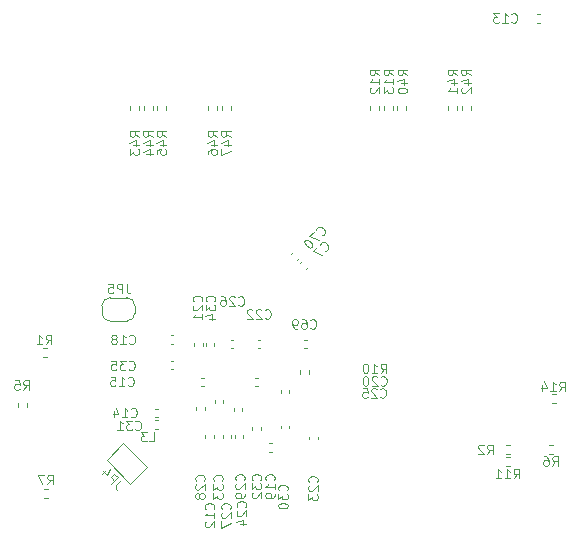
<source format=gbr>
%TF.GenerationSoftware,KiCad,Pcbnew,(5.1.8-0-10_14)*%
%TF.CreationDate,2020-12-07T13:54:23+00:00*%
%TF.ProjectId,STM32MP1_TestBoard,53544d33-324d-4503-915f-54657374426f,rev?*%
%TF.SameCoordinates,Original*%
%TF.FileFunction,Legend,Bot*%
%TF.FilePolarity,Positive*%
%FSLAX46Y46*%
G04 Gerber Fmt 4.6, Leading zero omitted, Abs format (unit mm)*
G04 Created by KiCad (PCBNEW (5.1.8-0-10_14)) date 2020-12-07 13:54:23*
%MOMM*%
%LPD*%
G01*
G04 APERTURE LIST*
%ADD10C,0.120000*%
%ADD11C,0.100000*%
G04 APERTURE END LIST*
D10*
%TO.C,R2*%
X180629579Y-107733100D02*
X180964821Y-107733100D01*
X180629579Y-106973100D02*
X180964821Y-106973100D01*
%TO.C,R11*%
X180964821Y-108039900D02*
X180629579Y-108039900D01*
X180964821Y-108799900D02*
X180629579Y-108799900D01*
%TO.C,R14*%
X184838321Y-102693200D02*
X184503079Y-102693200D01*
X184838321Y-103453200D02*
X184503079Y-103453200D01*
%TO.C,R6*%
X184261779Y-107745800D02*
X184597021Y-107745800D01*
X184261779Y-106985800D02*
X184597021Y-106985800D01*
%TO.C,C69*%
X163523665Y-98785000D02*
X163755335Y-98785000D01*
X163523665Y-98065000D02*
X163755335Y-98065000D01*
%TO.C,C70*%
X162641349Y-90659034D02*
X162477534Y-90822849D01*
X163150466Y-91168151D02*
X162986651Y-91331966D01*
%TO.C,JP4*%
X148253938Y-106860125D02*
X146839725Y-108274338D01*
X150233837Y-108840024D02*
X148253938Y-106860125D01*
X148819624Y-110254237D02*
X150233837Y-108840024D01*
X146839725Y-108274338D02*
X148819624Y-110254237D01*
%TO.C,C33*%
X156697000Y-103392235D02*
X156697000Y-103160565D01*
X155977000Y-103392235D02*
X155977000Y-103160565D01*
%TO.C,C32*%
X159177400Y-105446565D02*
X159177400Y-105678235D01*
X159897400Y-105446565D02*
X159897400Y-105678235D01*
%TO.C,C31*%
X151195035Y-104897600D02*
X150963365Y-104897600D01*
X151195035Y-105617600D02*
X150963365Y-105617600D01*
%TO.C,C34*%
X155960400Y-98617035D02*
X155960400Y-98385365D01*
X155240400Y-98617035D02*
X155240400Y-98385365D01*
%TO.C,C12*%
X155884200Y-106414835D02*
X155884200Y-106183165D01*
X155164200Y-106414835D02*
X155164200Y-106183165D01*
%TO.C,C7*%
X163403349Y-91421034D02*
X163239534Y-91584849D01*
X163912466Y-91930151D02*
X163748651Y-92093966D01*
%TO.C,C35*%
X152490435Y-99868400D02*
X152258765Y-99868400D01*
X152490435Y-100588400D02*
X152258765Y-100588400D01*
%TO.C,C30*%
X162285000Y-105576635D02*
X162285000Y-105344965D01*
X161565000Y-105576635D02*
X161565000Y-105344965D01*
%TO.C,C29*%
X157577200Y-103846365D02*
X157577200Y-104078035D01*
X158297200Y-103846365D02*
X158297200Y-104078035D01*
%TO.C,C28*%
X155147600Y-104027235D02*
X155147600Y-103795565D01*
X154427600Y-104027235D02*
X154427600Y-103795565D01*
%TO.C,C27*%
X156662800Y-106157765D02*
X156662800Y-106389435D01*
X157382800Y-106157765D02*
X157382800Y-106389435D01*
%TO.C,C26*%
X157338765Y-98810400D02*
X157570435Y-98810400D01*
X157338765Y-98090400D02*
X157570435Y-98090400D01*
%TO.C,C25*%
X161565000Y-102347765D02*
X161565000Y-102579435D01*
X162285000Y-102347765D02*
X162285000Y-102579435D01*
%TO.C,C24*%
X157678800Y-106157765D02*
X157678800Y-106389435D01*
X158398800Y-106157765D02*
X158398800Y-106389435D01*
%TO.C,C23*%
X163978000Y-106284765D02*
X163978000Y-106516435D01*
X164698000Y-106284765D02*
X164698000Y-106516435D01*
%TO.C,C22*%
X159856435Y-98090400D02*
X159624765Y-98090400D01*
X159856435Y-98810400D02*
X159624765Y-98810400D01*
%TO.C,C21*%
X154969800Y-98617035D02*
X154969800Y-98385365D01*
X154249800Y-98617035D02*
X154249800Y-98385365D01*
%TO.C,C20*%
X159653235Y-101290800D02*
X159421565Y-101290800D01*
X159653235Y-102010800D02*
X159421565Y-102010800D01*
%TO.C,C19*%
X160847035Y-106853400D02*
X160615365Y-106853400D01*
X160847035Y-107573400D02*
X160615365Y-107573400D01*
%TO.C,C18*%
X152258765Y-98404000D02*
X152490435Y-98404000D01*
X152258765Y-97684000D02*
X152490435Y-97684000D01*
%TO.C,C14*%
X150963365Y-104627000D02*
X151195035Y-104627000D01*
X150963365Y-103907000D02*
X151195035Y-103907000D01*
%TO.C,R47*%
X157352000Y-78318379D02*
X157352000Y-78653621D01*
X156592000Y-78318379D02*
X156592000Y-78653621D01*
%TO.C,R46*%
X156209000Y-78318379D02*
X156209000Y-78653621D01*
X155449000Y-78318379D02*
X155449000Y-78653621D01*
%TO.C,R45*%
X151891000Y-78318379D02*
X151891000Y-78653621D01*
X151131000Y-78318379D02*
X151131000Y-78653621D01*
%TO.C,R44*%
X150748000Y-78318379D02*
X150748000Y-78653621D01*
X149988000Y-78318379D02*
X149988000Y-78653621D01*
%TO.C,R43*%
X149605000Y-78318379D02*
X149605000Y-78653621D01*
X148845000Y-78318379D02*
X148845000Y-78653621D01*
%TO.C,R42*%
X177672000Y-78318379D02*
X177672000Y-78653621D01*
X176912000Y-78318379D02*
X176912000Y-78653621D01*
%TO.C,R41*%
X176529000Y-78318379D02*
X176529000Y-78653621D01*
X175769000Y-78318379D02*
X175769000Y-78653621D01*
%TO.C,R40*%
X172211000Y-78318379D02*
X172211000Y-78653621D01*
X171451000Y-78318379D02*
X171451000Y-78653621D01*
%TO.C,R13*%
X171068000Y-78318379D02*
X171068000Y-78653621D01*
X170308000Y-78318379D02*
X170308000Y-78653621D01*
%TO.C,R12*%
X169925000Y-78318379D02*
X169925000Y-78653621D01*
X169165000Y-78318379D02*
X169165000Y-78653621D01*
%TO.C,R10*%
X163930600Y-100644979D02*
X163930600Y-100980221D01*
X163170600Y-100644979D02*
X163170600Y-100980221D01*
%TO.C,R7*%
X141848821Y-111505000D02*
X141513579Y-111505000D01*
X141848821Y-110745000D02*
X141513579Y-110745000D01*
%TO.C,R5*%
X139320000Y-103736121D02*
X139320000Y-103400879D01*
X140080000Y-103736121D02*
X140080000Y-103400879D01*
%TO.C,R1*%
X141772621Y-99503500D02*
X141437379Y-99503500D01*
X141772621Y-98743500D02*
X141437379Y-98743500D01*
%TO.C,JP5*%
X147128000Y-96504000D02*
X148528000Y-96504000D01*
X149228000Y-95804000D02*
X149228000Y-95204000D01*
X148528000Y-94504000D02*
X147128000Y-94504000D01*
X146428000Y-95204000D02*
X146428000Y-95804000D01*
X146428000Y-95804000D02*
G75*
G03*
X147128000Y-96504000I700000J0D01*
G01*
X147128000Y-94504000D02*
G75*
G03*
X146428000Y-95204000I0J-700000D01*
G01*
X149228000Y-95204000D02*
G75*
G03*
X148528000Y-94504000I-700000J0D01*
G01*
X148528000Y-96504000D02*
G75*
G03*
X149228000Y-95804000I0J700000D01*
G01*
%TO.C,C15*%
X154824165Y-101303500D02*
X155055835Y-101303500D01*
X154824165Y-102023500D02*
X155055835Y-102023500D01*
%TO.C,C13*%
X183503835Y-71226000D02*
X183272165Y-71226000D01*
X183503835Y-70506000D02*
X183272165Y-70506000D01*
%TO.C,R2*%
D11*
X179050933Y-107753104D02*
X179317600Y-107372152D01*
X179508076Y-107753104D02*
X179508076Y-106953104D01*
X179203314Y-106953104D01*
X179127123Y-106991200D01*
X179089028Y-107029295D01*
X179050933Y-107105485D01*
X179050933Y-107219771D01*
X179089028Y-107295961D01*
X179127123Y-107334057D01*
X179203314Y-107372152D01*
X179508076Y-107372152D01*
X178746171Y-107029295D02*
X178708076Y-106991200D01*
X178631885Y-106953104D01*
X178441409Y-106953104D01*
X178365219Y-106991200D01*
X178327123Y-107029295D01*
X178289028Y-107105485D01*
X178289028Y-107181676D01*
X178327123Y-107295961D01*
X178784266Y-107753104D01*
X178289028Y-107753104D01*
%TO.C,R11*%
X181286085Y-109823204D02*
X181552752Y-109442252D01*
X181743228Y-109823204D02*
X181743228Y-109023204D01*
X181438466Y-109023204D01*
X181362276Y-109061300D01*
X181324180Y-109099395D01*
X181286085Y-109175585D01*
X181286085Y-109289871D01*
X181324180Y-109366061D01*
X181362276Y-109404157D01*
X181438466Y-109442252D01*
X181743228Y-109442252D01*
X180524180Y-109823204D02*
X180981323Y-109823204D01*
X180752752Y-109823204D02*
X180752752Y-109023204D01*
X180828942Y-109137490D01*
X180905133Y-109213680D01*
X180981323Y-109251776D01*
X179762276Y-109823204D02*
X180219419Y-109823204D01*
X179990847Y-109823204D02*
X179990847Y-109023204D01*
X180067038Y-109137490D01*
X180143228Y-109213680D01*
X180219419Y-109251776D01*
%TO.C,R14*%
X185146885Y-102431804D02*
X185413552Y-102050852D01*
X185604028Y-102431804D02*
X185604028Y-101631804D01*
X185299266Y-101631804D01*
X185223076Y-101669900D01*
X185184980Y-101707995D01*
X185146885Y-101784185D01*
X185146885Y-101898471D01*
X185184980Y-101974661D01*
X185223076Y-102012757D01*
X185299266Y-102050852D01*
X185604028Y-102050852D01*
X184384980Y-102431804D02*
X184842123Y-102431804D01*
X184613552Y-102431804D02*
X184613552Y-101631804D01*
X184689742Y-101746090D01*
X184765933Y-101822280D01*
X184842123Y-101860376D01*
X183699266Y-101898471D02*
X183699266Y-102431804D01*
X183889742Y-101593709D02*
X184080219Y-102165138D01*
X183584980Y-102165138D01*
%TO.C,R6*%
X184562733Y-108743704D02*
X184829400Y-108362752D01*
X185019876Y-108743704D02*
X185019876Y-107943704D01*
X184715114Y-107943704D01*
X184638923Y-107981800D01*
X184600828Y-108019895D01*
X184562733Y-108096085D01*
X184562733Y-108210371D01*
X184600828Y-108286561D01*
X184638923Y-108324657D01*
X184715114Y-108362752D01*
X185019876Y-108362752D01*
X183877019Y-107943704D02*
X184029400Y-107943704D01*
X184105590Y-107981800D01*
X184143685Y-108019895D01*
X184219876Y-108134180D01*
X184257971Y-108286561D01*
X184257971Y-108591323D01*
X184219876Y-108667514D01*
X184181780Y-108705609D01*
X184105590Y-108743704D01*
X183953209Y-108743704D01*
X183877019Y-108705609D01*
X183838923Y-108667514D01*
X183800828Y-108591323D01*
X183800828Y-108400847D01*
X183838923Y-108324657D01*
X183877019Y-108286561D01*
X183953209Y-108248466D01*
X184105590Y-108248466D01*
X184181780Y-108286561D01*
X184219876Y-108324657D01*
X184257971Y-108400847D01*
%TO.C,C69*%
X164090285Y-97059714D02*
X164128380Y-97097809D01*
X164242666Y-97135904D01*
X164318857Y-97135904D01*
X164433142Y-97097809D01*
X164509333Y-97021619D01*
X164547428Y-96945428D01*
X164585523Y-96793047D01*
X164585523Y-96678761D01*
X164547428Y-96526380D01*
X164509333Y-96450190D01*
X164433142Y-96374000D01*
X164318857Y-96335904D01*
X164242666Y-96335904D01*
X164128380Y-96374000D01*
X164090285Y-96412095D01*
X163404571Y-96335904D02*
X163556952Y-96335904D01*
X163633142Y-96374000D01*
X163671238Y-96412095D01*
X163747428Y-96526380D01*
X163785523Y-96678761D01*
X163785523Y-96983523D01*
X163747428Y-97059714D01*
X163709333Y-97097809D01*
X163633142Y-97135904D01*
X163480761Y-97135904D01*
X163404571Y-97097809D01*
X163366476Y-97059714D01*
X163328380Y-96983523D01*
X163328380Y-96793047D01*
X163366476Y-96716857D01*
X163404571Y-96678761D01*
X163480761Y-96640666D01*
X163633142Y-96640666D01*
X163709333Y-96678761D01*
X163747428Y-96716857D01*
X163785523Y-96793047D01*
X162947428Y-97135904D02*
X162795047Y-97135904D01*
X162718857Y-97097809D01*
X162680761Y-97059714D01*
X162604571Y-96945428D01*
X162566476Y-96793047D01*
X162566476Y-96488285D01*
X162604571Y-96412095D01*
X162642666Y-96374000D01*
X162718857Y-96335904D01*
X162871238Y-96335904D01*
X162947428Y-96374000D01*
X162985523Y-96412095D01*
X163023619Y-96488285D01*
X163023619Y-96678761D01*
X162985523Y-96754952D01*
X162947428Y-96793047D01*
X162871238Y-96831142D01*
X162718857Y-96831142D01*
X162642666Y-96793047D01*
X162604571Y-96754952D01*
X162566476Y-96678761D01*
%TO.C,C70*%
X165056085Y-89246375D02*
X165109960Y-89246375D01*
X165217709Y-89192500D01*
X165271584Y-89138625D01*
X165325459Y-89030876D01*
X165325459Y-88923126D01*
X165298522Y-88842314D01*
X165217709Y-88707627D01*
X165136897Y-88626815D01*
X165002210Y-88546003D01*
X164921398Y-88519065D01*
X164813648Y-88519065D01*
X164705899Y-88572940D01*
X164652024Y-88626815D01*
X164598149Y-88734564D01*
X164598149Y-88788439D01*
X164355712Y-88923126D02*
X163978589Y-89300250D01*
X164786711Y-89623499D01*
X163655340Y-89623499D02*
X163601465Y-89677374D01*
X163574528Y-89758186D01*
X163574528Y-89812061D01*
X163601465Y-89892873D01*
X163682277Y-90027560D01*
X163816964Y-90162247D01*
X163951651Y-90243059D01*
X164032464Y-90269996D01*
X164086338Y-90269996D01*
X164167151Y-90243059D01*
X164221025Y-90189184D01*
X164247963Y-90108372D01*
X164247963Y-90054497D01*
X164221025Y-89973685D01*
X164140213Y-89838998D01*
X164005526Y-89704311D01*
X163870839Y-89623499D01*
X163790027Y-89596561D01*
X163736152Y-89596561D01*
X163655340Y-89623499D01*
%TO.C,L3*%
X150450533Y-106686304D02*
X150831485Y-106686304D01*
X150831485Y-105886304D01*
X150260057Y-105886304D02*
X149764819Y-105886304D01*
X150031485Y-106191066D01*
X149917200Y-106191066D01*
X149841009Y-106229161D01*
X149802914Y-106267257D01*
X149764819Y-106343447D01*
X149764819Y-106533923D01*
X149802914Y-106610114D01*
X149841009Y-106648209D01*
X149917200Y-106686304D01*
X150145771Y-106686304D01*
X150221961Y-106648209D01*
X150260057Y-106610114D01*
%TO.C,JP4*%
X148045173Y-109991597D02*
X147641112Y-110395658D01*
X147587237Y-110503408D01*
X147587237Y-110611157D01*
X147641112Y-110718907D01*
X147694987Y-110772782D01*
X147210114Y-110287908D02*
X147775799Y-109722223D01*
X147560300Y-109506724D01*
X147479488Y-109479786D01*
X147425613Y-109479786D01*
X147344801Y-109506724D01*
X147263988Y-109587536D01*
X147237051Y-109668348D01*
X147237051Y-109722223D01*
X147263988Y-109803035D01*
X147479488Y-110018534D01*
X146779115Y-109102663D02*
X146401992Y-109479786D01*
X147129301Y-109021850D02*
X146859927Y-109560598D01*
X146509741Y-109210412D01*
%TO.C,C33*%
X156597314Y-110026514D02*
X156635409Y-109988419D01*
X156673504Y-109874133D01*
X156673504Y-109797942D01*
X156635409Y-109683657D01*
X156559219Y-109607466D01*
X156483028Y-109569371D01*
X156330647Y-109531276D01*
X156216361Y-109531276D01*
X156063980Y-109569371D01*
X155987790Y-109607466D01*
X155911600Y-109683657D01*
X155873504Y-109797942D01*
X155873504Y-109874133D01*
X155911600Y-109988419D01*
X155949695Y-110026514D01*
X155873504Y-110293180D02*
X155873504Y-110788419D01*
X156178266Y-110521752D01*
X156178266Y-110636038D01*
X156216361Y-110712228D01*
X156254457Y-110750323D01*
X156330647Y-110788419D01*
X156521123Y-110788419D01*
X156597314Y-110750323D01*
X156635409Y-110712228D01*
X156673504Y-110636038D01*
X156673504Y-110407466D01*
X156635409Y-110331276D01*
X156597314Y-110293180D01*
X155873504Y-111055085D02*
X155873504Y-111550323D01*
X156178266Y-111283657D01*
X156178266Y-111397942D01*
X156216361Y-111474133D01*
X156254457Y-111512228D01*
X156330647Y-111550323D01*
X156521123Y-111550323D01*
X156597314Y-111512228D01*
X156635409Y-111474133D01*
X156673504Y-111397942D01*
X156673504Y-111169371D01*
X156635409Y-111093180D01*
X156597314Y-111055085D01*
%TO.C,C32*%
X159848514Y-109975714D02*
X159886609Y-109937619D01*
X159924704Y-109823333D01*
X159924704Y-109747142D01*
X159886609Y-109632857D01*
X159810419Y-109556666D01*
X159734228Y-109518571D01*
X159581847Y-109480476D01*
X159467561Y-109480476D01*
X159315180Y-109518571D01*
X159238990Y-109556666D01*
X159162800Y-109632857D01*
X159124704Y-109747142D01*
X159124704Y-109823333D01*
X159162800Y-109937619D01*
X159200895Y-109975714D01*
X159124704Y-110242380D02*
X159124704Y-110737619D01*
X159429466Y-110470952D01*
X159429466Y-110585238D01*
X159467561Y-110661428D01*
X159505657Y-110699523D01*
X159581847Y-110737619D01*
X159772323Y-110737619D01*
X159848514Y-110699523D01*
X159886609Y-110661428D01*
X159924704Y-110585238D01*
X159924704Y-110356666D01*
X159886609Y-110280476D01*
X159848514Y-110242380D01*
X159200895Y-111042380D02*
X159162800Y-111080476D01*
X159124704Y-111156666D01*
X159124704Y-111347142D01*
X159162800Y-111423333D01*
X159200895Y-111461428D01*
X159277085Y-111499523D01*
X159353276Y-111499523D01*
X159467561Y-111461428D01*
X159924704Y-111004285D01*
X159924704Y-111499523D01*
%TO.C,C31*%
X149256685Y-105644914D02*
X149294780Y-105683009D01*
X149409066Y-105721104D01*
X149485257Y-105721104D01*
X149599542Y-105683009D01*
X149675733Y-105606819D01*
X149713828Y-105530628D01*
X149751923Y-105378247D01*
X149751923Y-105263961D01*
X149713828Y-105111580D01*
X149675733Y-105035390D01*
X149599542Y-104959200D01*
X149485257Y-104921104D01*
X149409066Y-104921104D01*
X149294780Y-104959200D01*
X149256685Y-104997295D01*
X148990019Y-104921104D02*
X148494780Y-104921104D01*
X148761447Y-105225866D01*
X148647161Y-105225866D01*
X148570971Y-105263961D01*
X148532876Y-105302057D01*
X148494780Y-105378247D01*
X148494780Y-105568723D01*
X148532876Y-105644914D01*
X148570971Y-105683009D01*
X148647161Y-105721104D01*
X148875733Y-105721104D01*
X148951923Y-105683009D01*
X148990019Y-105644914D01*
X147732876Y-105721104D02*
X148190019Y-105721104D01*
X147961447Y-105721104D02*
X147961447Y-104921104D01*
X148037638Y-105035390D01*
X148113828Y-105111580D01*
X148190019Y-105149676D01*
%TO.C,C34*%
X155936914Y-94837314D02*
X155975009Y-94799219D01*
X156013104Y-94684933D01*
X156013104Y-94608742D01*
X155975009Y-94494457D01*
X155898819Y-94418266D01*
X155822628Y-94380171D01*
X155670247Y-94342076D01*
X155555961Y-94342076D01*
X155403580Y-94380171D01*
X155327390Y-94418266D01*
X155251200Y-94494457D01*
X155213104Y-94608742D01*
X155213104Y-94684933D01*
X155251200Y-94799219D01*
X155289295Y-94837314D01*
X155213104Y-95103980D02*
X155213104Y-95599219D01*
X155517866Y-95332552D01*
X155517866Y-95446838D01*
X155555961Y-95523028D01*
X155594057Y-95561123D01*
X155670247Y-95599219D01*
X155860723Y-95599219D01*
X155936914Y-95561123D01*
X155975009Y-95523028D01*
X156013104Y-95446838D01*
X156013104Y-95218266D01*
X155975009Y-95142076D01*
X155936914Y-95103980D01*
X155479771Y-96284933D02*
X156013104Y-96284933D01*
X155175009Y-96094457D02*
X155746438Y-95903980D01*
X155746438Y-96399219D01*
%TO.C,C12*%
X155886114Y-112414114D02*
X155924209Y-112376019D01*
X155962304Y-112261733D01*
X155962304Y-112185542D01*
X155924209Y-112071257D01*
X155848019Y-111995066D01*
X155771828Y-111956971D01*
X155619447Y-111918876D01*
X155505161Y-111918876D01*
X155352780Y-111956971D01*
X155276590Y-111995066D01*
X155200400Y-112071257D01*
X155162304Y-112185542D01*
X155162304Y-112261733D01*
X155200400Y-112376019D01*
X155238495Y-112414114D01*
X155962304Y-113176019D02*
X155962304Y-112718876D01*
X155962304Y-112947447D02*
X155162304Y-112947447D01*
X155276590Y-112871257D01*
X155352780Y-112795066D01*
X155390876Y-112718876D01*
X155238495Y-113480780D02*
X155200400Y-113518876D01*
X155162304Y-113595066D01*
X155162304Y-113785542D01*
X155200400Y-113861733D01*
X155238495Y-113899828D01*
X155314685Y-113937923D01*
X155390876Y-113937923D01*
X155505161Y-113899828D01*
X155962304Y-113442685D01*
X155962304Y-113937923D01*
%TO.C,C7*%
X165345511Y-90531749D02*
X165399386Y-90531749D01*
X165507135Y-90477874D01*
X165561010Y-90424000D01*
X165614885Y-90316250D01*
X165614885Y-90208500D01*
X165587948Y-90127688D01*
X165507135Y-89993001D01*
X165426323Y-89912189D01*
X165291636Y-89831377D01*
X165210824Y-89804439D01*
X165103074Y-89804439D01*
X164995325Y-89858314D01*
X164941450Y-89912189D01*
X164887575Y-90019938D01*
X164887575Y-90073813D01*
X164645138Y-90208500D02*
X164268015Y-90585624D01*
X165076137Y-90908873D01*
%TO.C,C35*%
X148697885Y-100564914D02*
X148735980Y-100603009D01*
X148850266Y-100641104D01*
X148926457Y-100641104D01*
X149040742Y-100603009D01*
X149116933Y-100526819D01*
X149155028Y-100450628D01*
X149193123Y-100298247D01*
X149193123Y-100183961D01*
X149155028Y-100031580D01*
X149116933Y-99955390D01*
X149040742Y-99879200D01*
X148926457Y-99841104D01*
X148850266Y-99841104D01*
X148735980Y-99879200D01*
X148697885Y-99917295D01*
X148431219Y-99841104D02*
X147935980Y-99841104D01*
X148202647Y-100145866D01*
X148088361Y-100145866D01*
X148012171Y-100183961D01*
X147974076Y-100222057D01*
X147935980Y-100298247D01*
X147935980Y-100488723D01*
X147974076Y-100564914D01*
X148012171Y-100603009D01*
X148088361Y-100641104D01*
X148316933Y-100641104D01*
X148393123Y-100603009D01*
X148431219Y-100564914D01*
X147212171Y-99841104D02*
X147593123Y-99841104D01*
X147631219Y-100222057D01*
X147593123Y-100183961D01*
X147516933Y-100145866D01*
X147326457Y-100145866D01*
X147250266Y-100183961D01*
X147212171Y-100222057D01*
X147174076Y-100298247D01*
X147174076Y-100488723D01*
X147212171Y-100564914D01*
X147250266Y-100603009D01*
X147326457Y-100641104D01*
X147516933Y-100641104D01*
X147593123Y-100603009D01*
X147631219Y-100564914D01*
%TO.C,C30*%
X162083714Y-110839314D02*
X162121809Y-110801219D01*
X162159904Y-110686933D01*
X162159904Y-110610742D01*
X162121809Y-110496457D01*
X162045619Y-110420266D01*
X161969428Y-110382171D01*
X161817047Y-110344076D01*
X161702761Y-110344076D01*
X161550380Y-110382171D01*
X161474190Y-110420266D01*
X161398000Y-110496457D01*
X161359904Y-110610742D01*
X161359904Y-110686933D01*
X161398000Y-110801219D01*
X161436095Y-110839314D01*
X161359904Y-111105980D02*
X161359904Y-111601219D01*
X161664666Y-111334552D01*
X161664666Y-111448838D01*
X161702761Y-111525028D01*
X161740857Y-111563123D01*
X161817047Y-111601219D01*
X162007523Y-111601219D01*
X162083714Y-111563123D01*
X162121809Y-111525028D01*
X162159904Y-111448838D01*
X162159904Y-111220266D01*
X162121809Y-111144076D01*
X162083714Y-111105980D01*
X161359904Y-112096457D02*
X161359904Y-112172647D01*
X161398000Y-112248838D01*
X161436095Y-112286933D01*
X161512285Y-112325028D01*
X161664666Y-112363123D01*
X161855142Y-112363123D01*
X162007523Y-112325028D01*
X162083714Y-112286933D01*
X162121809Y-112248838D01*
X162159904Y-112172647D01*
X162159904Y-112096457D01*
X162121809Y-112020266D01*
X162083714Y-111982171D01*
X162007523Y-111944076D01*
X161855142Y-111905980D01*
X161664666Y-111905980D01*
X161512285Y-111944076D01*
X161436095Y-111982171D01*
X161398000Y-112020266D01*
X161359904Y-112096457D01*
%TO.C,C29*%
X158451514Y-109975714D02*
X158489609Y-109937619D01*
X158527704Y-109823333D01*
X158527704Y-109747142D01*
X158489609Y-109632857D01*
X158413419Y-109556666D01*
X158337228Y-109518571D01*
X158184847Y-109480476D01*
X158070561Y-109480476D01*
X157918180Y-109518571D01*
X157841990Y-109556666D01*
X157765800Y-109632857D01*
X157727704Y-109747142D01*
X157727704Y-109823333D01*
X157765800Y-109937619D01*
X157803895Y-109975714D01*
X157803895Y-110280476D02*
X157765800Y-110318571D01*
X157727704Y-110394761D01*
X157727704Y-110585238D01*
X157765800Y-110661428D01*
X157803895Y-110699523D01*
X157880085Y-110737619D01*
X157956276Y-110737619D01*
X158070561Y-110699523D01*
X158527704Y-110242380D01*
X158527704Y-110737619D01*
X158527704Y-111118571D02*
X158527704Y-111270952D01*
X158489609Y-111347142D01*
X158451514Y-111385238D01*
X158337228Y-111461428D01*
X158184847Y-111499523D01*
X157880085Y-111499523D01*
X157803895Y-111461428D01*
X157765800Y-111423333D01*
X157727704Y-111347142D01*
X157727704Y-111194761D01*
X157765800Y-111118571D01*
X157803895Y-111080476D01*
X157880085Y-111042380D01*
X158070561Y-111042380D01*
X158146752Y-111080476D01*
X158184847Y-111118571D01*
X158222942Y-111194761D01*
X158222942Y-111347142D01*
X158184847Y-111423333D01*
X158146752Y-111461428D01*
X158070561Y-111499523D01*
%TO.C,C28*%
X155073314Y-110026514D02*
X155111409Y-109988419D01*
X155149504Y-109874133D01*
X155149504Y-109797942D01*
X155111409Y-109683657D01*
X155035219Y-109607466D01*
X154959028Y-109569371D01*
X154806647Y-109531276D01*
X154692361Y-109531276D01*
X154539980Y-109569371D01*
X154463790Y-109607466D01*
X154387600Y-109683657D01*
X154349504Y-109797942D01*
X154349504Y-109874133D01*
X154387600Y-109988419D01*
X154425695Y-110026514D01*
X154425695Y-110331276D02*
X154387600Y-110369371D01*
X154349504Y-110445561D01*
X154349504Y-110636038D01*
X154387600Y-110712228D01*
X154425695Y-110750323D01*
X154501885Y-110788419D01*
X154578076Y-110788419D01*
X154692361Y-110750323D01*
X155149504Y-110293180D01*
X155149504Y-110788419D01*
X154692361Y-111245561D02*
X154654266Y-111169371D01*
X154616171Y-111131276D01*
X154539980Y-111093180D01*
X154501885Y-111093180D01*
X154425695Y-111131276D01*
X154387600Y-111169371D01*
X154349504Y-111245561D01*
X154349504Y-111397942D01*
X154387600Y-111474133D01*
X154425695Y-111512228D01*
X154501885Y-111550323D01*
X154539980Y-111550323D01*
X154616171Y-111512228D01*
X154654266Y-111474133D01*
X154692361Y-111397942D01*
X154692361Y-111245561D01*
X154730457Y-111169371D01*
X154768552Y-111131276D01*
X154844742Y-111093180D01*
X154997123Y-111093180D01*
X155073314Y-111131276D01*
X155111409Y-111169371D01*
X155149504Y-111245561D01*
X155149504Y-111397942D01*
X155111409Y-111474133D01*
X155073314Y-111512228D01*
X154997123Y-111550323D01*
X154844742Y-111550323D01*
X154768552Y-111512228D01*
X154730457Y-111474133D01*
X154692361Y-111397942D01*
%TO.C,C27*%
X157257714Y-112414114D02*
X157295809Y-112376019D01*
X157333904Y-112261733D01*
X157333904Y-112185542D01*
X157295809Y-112071257D01*
X157219619Y-111995066D01*
X157143428Y-111956971D01*
X156991047Y-111918876D01*
X156876761Y-111918876D01*
X156724380Y-111956971D01*
X156648190Y-111995066D01*
X156572000Y-112071257D01*
X156533904Y-112185542D01*
X156533904Y-112261733D01*
X156572000Y-112376019D01*
X156610095Y-112414114D01*
X156610095Y-112718876D02*
X156572000Y-112756971D01*
X156533904Y-112833161D01*
X156533904Y-113023638D01*
X156572000Y-113099828D01*
X156610095Y-113137923D01*
X156686285Y-113176019D01*
X156762476Y-113176019D01*
X156876761Y-113137923D01*
X157333904Y-112680780D01*
X157333904Y-113176019D01*
X156533904Y-113442685D02*
X156533904Y-113976019D01*
X157333904Y-113633161D01*
%TO.C,C26*%
X157994285Y-95129314D02*
X158032380Y-95167409D01*
X158146666Y-95205504D01*
X158222857Y-95205504D01*
X158337142Y-95167409D01*
X158413333Y-95091219D01*
X158451428Y-95015028D01*
X158489523Y-94862647D01*
X158489523Y-94748361D01*
X158451428Y-94595980D01*
X158413333Y-94519790D01*
X158337142Y-94443600D01*
X158222857Y-94405504D01*
X158146666Y-94405504D01*
X158032380Y-94443600D01*
X157994285Y-94481695D01*
X157689523Y-94481695D02*
X157651428Y-94443600D01*
X157575238Y-94405504D01*
X157384761Y-94405504D01*
X157308571Y-94443600D01*
X157270476Y-94481695D01*
X157232380Y-94557885D01*
X157232380Y-94634076D01*
X157270476Y-94748361D01*
X157727619Y-95205504D01*
X157232380Y-95205504D01*
X156546666Y-94405504D02*
X156699047Y-94405504D01*
X156775238Y-94443600D01*
X156813333Y-94481695D01*
X156889523Y-94595980D01*
X156927619Y-94748361D01*
X156927619Y-95053123D01*
X156889523Y-95129314D01*
X156851428Y-95167409D01*
X156775238Y-95205504D01*
X156622857Y-95205504D01*
X156546666Y-95167409D01*
X156508571Y-95129314D01*
X156470476Y-95053123D01*
X156470476Y-94862647D01*
X156508571Y-94786457D01*
X156546666Y-94748361D01*
X156622857Y-94710266D01*
X156775238Y-94710266D01*
X156851428Y-94748361D01*
X156889523Y-94786457D01*
X156927619Y-94862647D01*
%TO.C,C25*%
X170008485Y-102901714D02*
X170046580Y-102939809D01*
X170160866Y-102977904D01*
X170237057Y-102977904D01*
X170351342Y-102939809D01*
X170427533Y-102863619D01*
X170465628Y-102787428D01*
X170503723Y-102635047D01*
X170503723Y-102520761D01*
X170465628Y-102368380D01*
X170427533Y-102292190D01*
X170351342Y-102216000D01*
X170237057Y-102177904D01*
X170160866Y-102177904D01*
X170046580Y-102216000D01*
X170008485Y-102254095D01*
X169703723Y-102254095D02*
X169665628Y-102216000D01*
X169589438Y-102177904D01*
X169398961Y-102177904D01*
X169322771Y-102216000D01*
X169284676Y-102254095D01*
X169246580Y-102330285D01*
X169246580Y-102406476D01*
X169284676Y-102520761D01*
X169741819Y-102977904D01*
X169246580Y-102977904D01*
X168522771Y-102177904D02*
X168903723Y-102177904D01*
X168941819Y-102558857D01*
X168903723Y-102520761D01*
X168827533Y-102482666D01*
X168637057Y-102482666D01*
X168560866Y-102520761D01*
X168522771Y-102558857D01*
X168484676Y-102635047D01*
X168484676Y-102825523D01*
X168522771Y-102901714D01*
X168560866Y-102939809D01*
X168637057Y-102977904D01*
X168827533Y-102977904D01*
X168903723Y-102939809D01*
X168941819Y-102901714D01*
%TO.C,C24*%
X158553114Y-112236314D02*
X158591209Y-112198219D01*
X158629304Y-112083933D01*
X158629304Y-112007742D01*
X158591209Y-111893457D01*
X158515019Y-111817266D01*
X158438828Y-111779171D01*
X158286447Y-111741076D01*
X158172161Y-111741076D01*
X158019780Y-111779171D01*
X157943590Y-111817266D01*
X157867400Y-111893457D01*
X157829304Y-112007742D01*
X157829304Y-112083933D01*
X157867400Y-112198219D01*
X157905495Y-112236314D01*
X157905495Y-112541076D02*
X157867400Y-112579171D01*
X157829304Y-112655361D01*
X157829304Y-112845838D01*
X157867400Y-112922028D01*
X157905495Y-112960123D01*
X157981685Y-112998219D01*
X158057876Y-112998219D01*
X158172161Y-112960123D01*
X158629304Y-112502980D01*
X158629304Y-112998219D01*
X158095971Y-113683933D02*
X158629304Y-113683933D01*
X157791209Y-113493457D02*
X158362638Y-113302980D01*
X158362638Y-113798219D01*
%TO.C,C23*%
X164623714Y-110128114D02*
X164661809Y-110090019D01*
X164699904Y-109975733D01*
X164699904Y-109899542D01*
X164661809Y-109785257D01*
X164585619Y-109709066D01*
X164509428Y-109670971D01*
X164357047Y-109632876D01*
X164242761Y-109632876D01*
X164090380Y-109670971D01*
X164014190Y-109709066D01*
X163938000Y-109785257D01*
X163899904Y-109899542D01*
X163899904Y-109975733D01*
X163938000Y-110090019D01*
X163976095Y-110128114D01*
X163976095Y-110432876D02*
X163938000Y-110470971D01*
X163899904Y-110547161D01*
X163899904Y-110737638D01*
X163938000Y-110813828D01*
X163976095Y-110851923D01*
X164052285Y-110890019D01*
X164128476Y-110890019D01*
X164242761Y-110851923D01*
X164699904Y-110394780D01*
X164699904Y-110890019D01*
X163899904Y-111156685D02*
X163899904Y-111651923D01*
X164204666Y-111385257D01*
X164204666Y-111499542D01*
X164242761Y-111575733D01*
X164280857Y-111613828D01*
X164357047Y-111651923D01*
X164547523Y-111651923D01*
X164623714Y-111613828D01*
X164661809Y-111575733D01*
X164699904Y-111499542D01*
X164699904Y-111270971D01*
X164661809Y-111194780D01*
X164623714Y-111156685D01*
%TO.C,C22*%
X160229485Y-96221514D02*
X160267580Y-96259609D01*
X160381866Y-96297704D01*
X160458057Y-96297704D01*
X160572342Y-96259609D01*
X160648533Y-96183419D01*
X160686628Y-96107228D01*
X160724723Y-95954847D01*
X160724723Y-95840561D01*
X160686628Y-95688180D01*
X160648533Y-95611990D01*
X160572342Y-95535800D01*
X160458057Y-95497704D01*
X160381866Y-95497704D01*
X160267580Y-95535800D01*
X160229485Y-95573895D01*
X159924723Y-95573895D02*
X159886628Y-95535800D01*
X159810438Y-95497704D01*
X159619961Y-95497704D01*
X159543771Y-95535800D01*
X159505676Y-95573895D01*
X159467580Y-95650085D01*
X159467580Y-95726276D01*
X159505676Y-95840561D01*
X159962819Y-96297704D01*
X159467580Y-96297704D01*
X159162819Y-95573895D02*
X159124723Y-95535800D01*
X159048533Y-95497704D01*
X158858057Y-95497704D01*
X158781866Y-95535800D01*
X158743771Y-95573895D01*
X158705676Y-95650085D01*
X158705676Y-95726276D01*
X158743771Y-95840561D01*
X159200914Y-96297704D01*
X158705676Y-96297704D01*
%TO.C,C21*%
X154870114Y-94837314D02*
X154908209Y-94799219D01*
X154946304Y-94684933D01*
X154946304Y-94608742D01*
X154908209Y-94494457D01*
X154832019Y-94418266D01*
X154755828Y-94380171D01*
X154603447Y-94342076D01*
X154489161Y-94342076D01*
X154336780Y-94380171D01*
X154260590Y-94418266D01*
X154184400Y-94494457D01*
X154146304Y-94608742D01*
X154146304Y-94684933D01*
X154184400Y-94799219D01*
X154222495Y-94837314D01*
X154222495Y-95142076D02*
X154184400Y-95180171D01*
X154146304Y-95256361D01*
X154146304Y-95446838D01*
X154184400Y-95523028D01*
X154222495Y-95561123D01*
X154298685Y-95599219D01*
X154374876Y-95599219D01*
X154489161Y-95561123D01*
X154946304Y-95103980D01*
X154946304Y-95599219D01*
X154946304Y-96361123D02*
X154946304Y-95903980D01*
X154946304Y-96132552D02*
X154146304Y-96132552D01*
X154260590Y-96056361D01*
X154336780Y-95980171D01*
X154374876Y-95903980D01*
%TO.C,C20*%
X170033885Y-101885714D02*
X170071980Y-101923809D01*
X170186266Y-101961904D01*
X170262457Y-101961904D01*
X170376742Y-101923809D01*
X170452933Y-101847619D01*
X170491028Y-101771428D01*
X170529123Y-101619047D01*
X170529123Y-101504761D01*
X170491028Y-101352380D01*
X170452933Y-101276190D01*
X170376742Y-101200000D01*
X170262457Y-101161904D01*
X170186266Y-101161904D01*
X170071980Y-101200000D01*
X170033885Y-101238095D01*
X169729123Y-101238095D02*
X169691028Y-101200000D01*
X169614838Y-101161904D01*
X169424361Y-101161904D01*
X169348171Y-101200000D01*
X169310076Y-101238095D01*
X169271980Y-101314285D01*
X169271980Y-101390476D01*
X169310076Y-101504761D01*
X169767219Y-101961904D01*
X169271980Y-101961904D01*
X168776742Y-101161904D02*
X168700552Y-101161904D01*
X168624361Y-101200000D01*
X168586266Y-101238095D01*
X168548171Y-101314285D01*
X168510076Y-101466666D01*
X168510076Y-101657142D01*
X168548171Y-101809523D01*
X168586266Y-101885714D01*
X168624361Y-101923809D01*
X168700552Y-101961904D01*
X168776742Y-101961904D01*
X168852933Y-101923809D01*
X168891028Y-101885714D01*
X168929123Y-101809523D01*
X168967219Y-101657142D01*
X168967219Y-101466666D01*
X168929123Y-101314285D01*
X168891028Y-101238095D01*
X168852933Y-101200000D01*
X168776742Y-101161904D01*
%TO.C,C19*%
X160991514Y-109975714D02*
X161029609Y-109937619D01*
X161067704Y-109823333D01*
X161067704Y-109747142D01*
X161029609Y-109632857D01*
X160953419Y-109556666D01*
X160877228Y-109518571D01*
X160724847Y-109480476D01*
X160610561Y-109480476D01*
X160458180Y-109518571D01*
X160381990Y-109556666D01*
X160305800Y-109632857D01*
X160267704Y-109747142D01*
X160267704Y-109823333D01*
X160305800Y-109937619D01*
X160343895Y-109975714D01*
X161067704Y-110737619D02*
X161067704Y-110280476D01*
X161067704Y-110509047D02*
X160267704Y-110509047D01*
X160381990Y-110432857D01*
X160458180Y-110356666D01*
X160496276Y-110280476D01*
X161067704Y-111118571D02*
X161067704Y-111270952D01*
X161029609Y-111347142D01*
X160991514Y-111385238D01*
X160877228Y-111461428D01*
X160724847Y-111499523D01*
X160420085Y-111499523D01*
X160343895Y-111461428D01*
X160305800Y-111423333D01*
X160267704Y-111347142D01*
X160267704Y-111194761D01*
X160305800Y-111118571D01*
X160343895Y-111080476D01*
X160420085Y-111042380D01*
X160610561Y-111042380D01*
X160686752Y-111080476D01*
X160724847Y-111118571D01*
X160762942Y-111194761D01*
X160762942Y-111347142D01*
X160724847Y-111423333D01*
X160686752Y-111461428D01*
X160610561Y-111499523D01*
%TO.C,C18*%
X148748685Y-98380514D02*
X148786780Y-98418609D01*
X148901066Y-98456704D01*
X148977257Y-98456704D01*
X149091542Y-98418609D01*
X149167733Y-98342419D01*
X149205828Y-98266228D01*
X149243923Y-98113847D01*
X149243923Y-97999561D01*
X149205828Y-97847180D01*
X149167733Y-97770990D01*
X149091542Y-97694800D01*
X148977257Y-97656704D01*
X148901066Y-97656704D01*
X148786780Y-97694800D01*
X148748685Y-97732895D01*
X147986780Y-98456704D02*
X148443923Y-98456704D01*
X148215352Y-98456704D02*
X148215352Y-97656704D01*
X148291542Y-97770990D01*
X148367733Y-97847180D01*
X148443923Y-97885276D01*
X147529638Y-97999561D02*
X147605828Y-97961466D01*
X147643923Y-97923371D01*
X147682019Y-97847180D01*
X147682019Y-97809085D01*
X147643923Y-97732895D01*
X147605828Y-97694800D01*
X147529638Y-97656704D01*
X147377257Y-97656704D01*
X147301066Y-97694800D01*
X147262971Y-97732895D01*
X147224876Y-97809085D01*
X147224876Y-97847180D01*
X147262971Y-97923371D01*
X147301066Y-97961466D01*
X147377257Y-97999561D01*
X147529638Y-97999561D01*
X147605828Y-98037657D01*
X147643923Y-98075752D01*
X147682019Y-98151942D01*
X147682019Y-98304323D01*
X147643923Y-98380514D01*
X147605828Y-98418609D01*
X147529638Y-98456704D01*
X147377257Y-98456704D01*
X147301066Y-98418609D01*
X147262971Y-98380514D01*
X147224876Y-98304323D01*
X147224876Y-98151942D01*
X147262971Y-98075752D01*
X147301066Y-98037657D01*
X147377257Y-97999561D01*
%TO.C,C14*%
X148901085Y-104578114D02*
X148939180Y-104616209D01*
X149053466Y-104654304D01*
X149129657Y-104654304D01*
X149243942Y-104616209D01*
X149320133Y-104540019D01*
X149358228Y-104463828D01*
X149396323Y-104311447D01*
X149396323Y-104197161D01*
X149358228Y-104044780D01*
X149320133Y-103968590D01*
X149243942Y-103892400D01*
X149129657Y-103854304D01*
X149053466Y-103854304D01*
X148939180Y-103892400D01*
X148901085Y-103930495D01*
X148139180Y-104654304D02*
X148596323Y-104654304D01*
X148367752Y-104654304D02*
X148367752Y-103854304D01*
X148443942Y-103968590D01*
X148520133Y-104044780D01*
X148596323Y-104082876D01*
X147453466Y-104120971D02*
X147453466Y-104654304D01*
X147643942Y-103816209D02*
X147834419Y-104387638D01*
X147339180Y-104387638D01*
%TO.C,R47*%
X157333904Y-80892714D02*
X156952952Y-80626047D01*
X157333904Y-80435571D02*
X156533904Y-80435571D01*
X156533904Y-80740333D01*
X156572000Y-80816523D01*
X156610095Y-80854619D01*
X156686285Y-80892714D01*
X156800571Y-80892714D01*
X156876761Y-80854619D01*
X156914857Y-80816523D01*
X156952952Y-80740333D01*
X156952952Y-80435571D01*
X156800571Y-81578428D02*
X157333904Y-81578428D01*
X156495809Y-81387952D02*
X157067238Y-81197476D01*
X157067238Y-81692714D01*
X156533904Y-81921285D02*
X156533904Y-82454619D01*
X157333904Y-82111761D01*
%TO.C,R46*%
X156190904Y-80892714D02*
X155809952Y-80626047D01*
X156190904Y-80435571D02*
X155390904Y-80435571D01*
X155390904Y-80740333D01*
X155429000Y-80816523D01*
X155467095Y-80854619D01*
X155543285Y-80892714D01*
X155657571Y-80892714D01*
X155733761Y-80854619D01*
X155771857Y-80816523D01*
X155809952Y-80740333D01*
X155809952Y-80435571D01*
X155657571Y-81578428D02*
X156190904Y-81578428D01*
X155352809Y-81387952D02*
X155924238Y-81197476D01*
X155924238Y-81692714D01*
X155390904Y-82340333D02*
X155390904Y-82187952D01*
X155429000Y-82111761D01*
X155467095Y-82073666D01*
X155581380Y-81997476D01*
X155733761Y-81959380D01*
X156038523Y-81959380D01*
X156114714Y-81997476D01*
X156152809Y-82035571D01*
X156190904Y-82111761D01*
X156190904Y-82264142D01*
X156152809Y-82340333D01*
X156114714Y-82378428D01*
X156038523Y-82416523D01*
X155848047Y-82416523D01*
X155771857Y-82378428D01*
X155733761Y-82340333D01*
X155695666Y-82264142D01*
X155695666Y-82111761D01*
X155733761Y-82035571D01*
X155771857Y-81997476D01*
X155848047Y-81959380D01*
%TO.C,R45*%
X151872904Y-80892714D02*
X151491952Y-80626047D01*
X151872904Y-80435571D02*
X151072904Y-80435571D01*
X151072904Y-80740333D01*
X151111000Y-80816523D01*
X151149095Y-80854619D01*
X151225285Y-80892714D01*
X151339571Y-80892714D01*
X151415761Y-80854619D01*
X151453857Y-80816523D01*
X151491952Y-80740333D01*
X151491952Y-80435571D01*
X151339571Y-81578428D02*
X151872904Y-81578428D01*
X151034809Y-81387952D02*
X151606238Y-81197476D01*
X151606238Y-81692714D01*
X151072904Y-82378428D02*
X151072904Y-81997476D01*
X151453857Y-81959380D01*
X151415761Y-81997476D01*
X151377666Y-82073666D01*
X151377666Y-82264142D01*
X151415761Y-82340333D01*
X151453857Y-82378428D01*
X151530047Y-82416523D01*
X151720523Y-82416523D01*
X151796714Y-82378428D01*
X151834809Y-82340333D01*
X151872904Y-82264142D01*
X151872904Y-82073666D01*
X151834809Y-81997476D01*
X151796714Y-81959380D01*
%TO.C,R44*%
X150729904Y-80892714D02*
X150348952Y-80626047D01*
X150729904Y-80435571D02*
X149929904Y-80435571D01*
X149929904Y-80740333D01*
X149968000Y-80816523D01*
X150006095Y-80854619D01*
X150082285Y-80892714D01*
X150196571Y-80892714D01*
X150272761Y-80854619D01*
X150310857Y-80816523D01*
X150348952Y-80740333D01*
X150348952Y-80435571D01*
X150196571Y-81578428D02*
X150729904Y-81578428D01*
X149891809Y-81387952D02*
X150463238Y-81197476D01*
X150463238Y-81692714D01*
X150196571Y-82340333D02*
X150729904Y-82340333D01*
X149891809Y-82149857D02*
X150463238Y-81959380D01*
X150463238Y-82454619D01*
%TO.C,R43*%
X149586904Y-80892714D02*
X149205952Y-80626047D01*
X149586904Y-80435571D02*
X148786904Y-80435571D01*
X148786904Y-80740333D01*
X148825000Y-80816523D01*
X148863095Y-80854619D01*
X148939285Y-80892714D01*
X149053571Y-80892714D01*
X149129761Y-80854619D01*
X149167857Y-80816523D01*
X149205952Y-80740333D01*
X149205952Y-80435571D01*
X149053571Y-81578428D02*
X149586904Y-81578428D01*
X148748809Y-81387952D02*
X149320238Y-81197476D01*
X149320238Y-81692714D01*
X148786904Y-81921285D02*
X148786904Y-82416523D01*
X149091666Y-82149857D01*
X149091666Y-82264142D01*
X149129761Y-82340333D01*
X149167857Y-82378428D01*
X149244047Y-82416523D01*
X149434523Y-82416523D01*
X149510714Y-82378428D01*
X149548809Y-82340333D01*
X149586904Y-82264142D01*
X149586904Y-82035571D01*
X149548809Y-81959380D01*
X149510714Y-81921285D01*
%TO.C,R42*%
X177653904Y-75685714D02*
X177272952Y-75419047D01*
X177653904Y-75228571D02*
X176853904Y-75228571D01*
X176853904Y-75533333D01*
X176892000Y-75609523D01*
X176930095Y-75647619D01*
X177006285Y-75685714D01*
X177120571Y-75685714D01*
X177196761Y-75647619D01*
X177234857Y-75609523D01*
X177272952Y-75533333D01*
X177272952Y-75228571D01*
X177120571Y-76371428D02*
X177653904Y-76371428D01*
X176815809Y-76180952D02*
X177387238Y-75990476D01*
X177387238Y-76485714D01*
X176930095Y-76752380D02*
X176892000Y-76790476D01*
X176853904Y-76866666D01*
X176853904Y-77057142D01*
X176892000Y-77133333D01*
X176930095Y-77171428D01*
X177006285Y-77209523D01*
X177082476Y-77209523D01*
X177196761Y-77171428D01*
X177653904Y-76714285D01*
X177653904Y-77209523D01*
%TO.C,R41*%
X176510904Y-75685714D02*
X176129952Y-75419047D01*
X176510904Y-75228571D02*
X175710904Y-75228571D01*
X175710904Y-75533333D01*
X175749000Y-75609523D01*
X175787095Y-75647619D01*
X175863285Y-75685714D01*
X175977571Y-75685714D01*
X176053761Y-75647619D01*
X176091857Y-75609523D01*
X176129952Y-75533333D01*
X176129952Y-75228571D01*
X175977571Y-76371428D02*
X176510904Y-76371428D01*
X175672809Y-76180952D02*
X176244238Y-75990476D01*
X176244238Y-76485714D01*
X176510904Y-77209523D02*
X176510904Y-76752380D01*
X176510904Y-76980952D02*
X175710904Y-76980952D01*
X175825190Y-76904761D01*
X175901380Y-76828571D01*
X175939476Y-76752380D01*
%TO.C,R40*%
X172269104Y-75685714D02*
X171888152Y-75419047D01*
X172269104Y-75228571D02*
X171469104Y-75228571D01*
X171469104Y-75533333D01*
X171507200Y-75609523D01*
X171545295Y-75647619D01*
X171621485Y-75685714D01*
X171735771Y-75685714D01*
X171811961Y-75647619D01*
X171850057Y-75609523D01*
X171888152Y-75533333D01*
X171888152Y-75228571D01*
X171735771Y-76371428D02*
X172269104Y-76371428D01*
X171431009Y-76180952D02*
X172002438Y-75990476D01*
X172002438Y-76485714D01*
X171469104Y-76942857D02*
X171469104Y-77019047D01*
X171507200Y-77095238D01*
X171545295Y-77133333D01*
X171621485Y-77171428D01*
X171773866Y-77209523D01*
X171964342Y-77209523D01*
X172116723Y-77171428D01*
X172192914Y-77133333D01*
X172231009Y-77095238D01*
X172269104Y-77019047D01*
X172269104Y-76942857D01*
X172231009Y-76866666D01*
X172192914Y-76828571D01*
X172116723Y-76790476D01*
X171964342Y-76752380D01*
X171773866Y-76752380D01*
X171621485Y-76790476D01*
X171545295Y-76828571D01*
X171507200Y-76866666D01*
X171469104Y-76942857D01*
%TO.C,R13*%
X171100704Y-75685714D02*
X170719752Y-75419047D01*
X171100704Y-75228571D02*
X170300704Y-75228571D01*
X170300704Y-75533333D01*
X170338800Y-75609523D01*
X170376895Y-75647619D01*
X170453085Y-75685714D01*
X170567371Y-75685714D01*
X170643561Y-75647619D01*
X170681657Y-75609523D01*
X170719752Y-75533333D01*
X170719752Y-75228571D01*
X171100704Y-76447619D02*
X171100704Y-75990476D01*
X171100704Y-76219047D02*
X170300704Y-76219047D01*
X170414990Y-76142857D01*
X170491180Y-76066666D01*
X170529276Y-75990476D01*
X170300704Y-76714285D02*
X170300704Y-77209523D01*
X170605466Y-76942857D01*
X170605466Y-77057142D01*
X170643561Y-77133333D01*
X170681657Y-77171428D01*
X170757847Y-77209523D01*
X170948323Y-77209523D01*
X171024514Y-77171428D01*
X171062609Y-77133333D01*
X171100704Y-77057142D01*
X171100704Y-76828571D01*
X171062609Y-76752380D01*
X171024514Y-76714285D01*
%TO.C,R12*%
X169906904Y-75685714D02*
X169525952Y-75419047D01*
X169906904Y-75228571D02*
X169106904Y-75228571D01*
X169106904Y-75533333D01*
X169145000Y-75609523D01*
X169183095Y-75647619D01*
X169259285Y-75685714D01*
X169373571Y-75685714D01*
X169449761Y-75647619D01*
X169487857Y-75609523D01*
X169525952Y-75533333D01*
X169525952Y-75228571D01*
X169906904Y-76447619D02*
X169906904Y-75990476D01*
X169906904Y-76219047D02*
X169106904Y-76219047D01*
X169221190Y-76142857D01*
X169297380Y-76066666D01*
X169335476Y-75990476D01*
X169183095Y-76752380D02*
X169145000Y-76790476D01*
X169106904Y-76866666D01*
X169106904Y-77057142D01*
X169145000Y-77133333D01*
X169183095Y-77171428D01*
X169259285Y-77209523D01*
X169335476Y-77209523D01*
X169449761Y-77171428D01*
X169906904Y-76714285D01*
X169906904Y-77209523D01*
%TO.C,R10*%
X170033885Y-100895104D02*
X170300552Y-100514152D01*
X170491028Y-100895104D02*
X170491028Y-100095104D01*
X170186266Y-100095104D01*
X170110076Y-100133200D01*
X170071980Y-100171295D01*
X170033885Y-100247485D01*
X170033885Y-100361771D01*
X170071980Y-100437961D01*
X170110076Y-100476057D01*
X170186266Y-100514152D01*
X170491028Y-100514152D01*
X169271980Y-100895104D02*
X169729123Y-100895104D01*
X169500552Y-100895104D02*
X169500552Y-100095104D01*
X169576742Y-100209390D01*
X169652933Y-100285580D01*
X169729123Y-100323676D01*
X168776742Y-100095104D02*
X168700552Y-100095104D01*
X168624361Y-100133200D01*
X168586266Y-100171295D01*
X168548171Y-100247485D01*
X168510076Y-100399866D01*
X168510076Y-100590342D01*
X168548171Y-100742723D01*
X168586266Y-100818914D01*
X168624361Y-100857009D01*
X168700552Y-100895104D01*
X168776742Y-100895104D01*
X168852933Y-100857009D01*
X168891028Y-100818914D01*
X168929123Y-100742723D01*
X168967219Y-100590342D01*
X168967219Y-100399866D01*
X168929123Y-100247485D01*
X168891028Y-100171295D01*
X168852933Y-100133200D01*
X168776742Y-100095104D01*
%TO.C,R7*%
X141814533Y-110316904D02*
X142081200Y-109935952D01*
X142271676Y-110316904D02*
X142271676Y-109516904D01*
X141966914Y-109516904D01*
X141890723Y-109555000D01*
X141852628Y-109593095D01*
X141814533Y-109669285D01*
X141814533Y-109783571D01*
X141852628Y-109859761D01*
X141890723Y-109897857D01*
X141966914Y-109935952D01*
X142271676Y-109935952D01*
X141547866Y-109516904D02*
X141014533Y-109516904D01*
X141357390Y-110316904D01*
%TO.C,R5*%
X139782533Y-102317504D02*
X140049200Y-101936552D01*
X140239676Y-102317504D02*
X140239676Y-101517504D01*
X139934914Y-101517504D01*
X139858723Y-101555600D01*
X139820628Y-101593695D01*
X139782533Y-101669885D01*
X139782533Y-101784171D01*
X139820628Y-101860361D01*
X139858723Y-101898457D01*
X139934914Y-101936552D01*
X140239676Y-101936552D01*
X139058723Y-101517504D02*
X139439676Y-101517504D01*
X139477771Y-101898457D01*
X139439676Y-101860361D01*
X139363485Y-101822266D01*
X139173009Y-101822266D01*
X139096819Y-101860361D01*
X139058723Y-101898457D01*
X139020628Y-101974647D01*
X139020628Y-102165123D01*
X139058723Y-102241314D01*
X139096819Y-102279409D01*
X139173009Y-102317504D01*
X139363485Y-102317504D01*
X139439676Y-102279409D01*
X139477771Y-102241314D01*
%TO.C,R1*%
X141674833Y-98469404D02*
X141941500Y-98088452D01*
X142131976Y-98469404D02*
X142131976Y-97669404D01*
X141827214Y-97669404D01*
X141751023Y-97707500D01*
X141712928Y-97745595D01*
X141674833Y-97821785D01*
X141674833Y-97936071D01*
X141712928Y-98012261D01*
X141751023Y-98050357D01*
X141827214Y-98088452D01*
X142131976Y-98088452D01*
X140912928Y-98469404D02*
X141370071Y-98469404D01*
X141141500Y-98469404D02*
X141141500Y-97669404D01*
X141217690Y-97783690D01*
X141293880Y-97859880D01*
X141370071Y-97897976D01*
%TO.C,JP5*%
X148545466Y-93338704D02*
X148545466Y-93910133D01*
X148583561Y-94024419D01*
X148659752Y-94100609D01*
X148774038Y-94138704D01*
X148850228Y-94138704D01*
X148164514Y-94138704D02*
X148164514Y-93338704D01*
X147859752Y-93338704D01*
X147783561Y-93376800D01*
X147745466Y-93414895D01*
X147707371Y-93491085D01*
X147707371Y-93605371D01*
X147745466Y-93681561D01*
X147783561Y-93719657D01*
X147859752Y-93757752D01*
X148164514Y-93757752D01*
X146983561Y-93338704D02*
X147364514Y-93338704D01*
X147402609Y-93719657D01*
X147364514Y-93681561D01*
X147288323Y-93643466D01*
X147097847Y-93643466D01*
X147021657Y-93681561D01*
X146983561Y-93719657D01*
X146945466Y-93795847D01*
X146945466Y-93986323D01*
X146983561Y-94062514D01*
X147021657Y-94100609D01*
X147097847Y-94138704D01*
X147288323Y-94138704D01*
X147364514Y-94100609D01*
X147402609Y-94062514D01*
%TO.C,C15*%
X148647085Y-101936514D02*
X148685180Y-101974609D01*
X148799466Y-102012704D01*
X148875657Y-102012704D01*
X148989942Y-101974609D01*
X149066133Y-101898419D01*
X149104228Y-101822228D01*
X149142323Y-101669847D01*
X149142323Y-101555561D01*
X149104228Y-101403180D01*
X149066133Y-101326990D01*
X148989942Y-101250800D01*
X148875657Y-101212704D01*
X148799466Y-101212704D01*
X148685180Y-101250800D01*
X148647085Y-101288895D01*
X147885180Y-102012704D02*
X148342323Y-102012704D01*
X148113752Y-102012704D02*
X148113752Y-101212704D01*
X148189942Y-101326990D01*
X148266133Y-101403180D01*
X148342323Y-101441276D01*
X147161371Y-101212704D02*
X147542323Y-101212704D01*
X147580419Y-101593657D01*
X147542323Y-101555561D01*
X147466133Y-101517466D01*
X147275657Y-101517466D01*
X147199466Y-101555561D01*
X147161371Y-101593657D01*
X147123276Y-101669847D01*
X147123276Y-101860323D01*
X147161371Y-101936514D01*
X147199466Y-101974609D01*
X147275657Y-102012704D01*
X147466133Y-102012704D01*
X147542323Y-101974609D01*
X147580419Y-101936514D01*
%TO.C,C13*%
X181108285Y-71151714D02*
X181146380Y-71189809D01*
X181260666Y-71227904D01*
X181336857Y-71227904D01*
X181451142Y-71189809D01*
X181527333Y-71113619D01*
X181565428Y-71037428D01*
X181603523Y-70885047D01*
X181603523Y-70770761D01*
X181565428Y-70618380D01*
X181527333Y-70542190D01*
X181451142Y-70466000D01*
X181336857Y-70427904D01*
X181260666Y-70427904D01*
X181146380Y-70466000D01*
X181108285Y-70504095D01*
X180346380Y-71227904D02*
X180803523Y-71227904D01*
X180574952Y-71227904D02*
X180574952Y-70427904D01*
X180651142Y-70542190D01*
X180727333Y-70618380D01*
X180803523Y-70656476D01*
X180079714Y-70427904D02*
X179584476Y-70427904D01*
X179851142Y-70732666D01*
X179736857Y-70732666D01*
X179660666Y-70770761D01*
X179622571Y-70808857D01*
X179584476Y-70885047D01*
X179584476Y-71075523D01*
X179622571Y-71151714D01*
X179660666Y-71189809D01*
X179736857Y-71227904D01*
X179965428Y-71227904D01*
X180041619Y-71189809D01*
X180079714Y-71151714D01*
%TD*%
M02*

</source>
